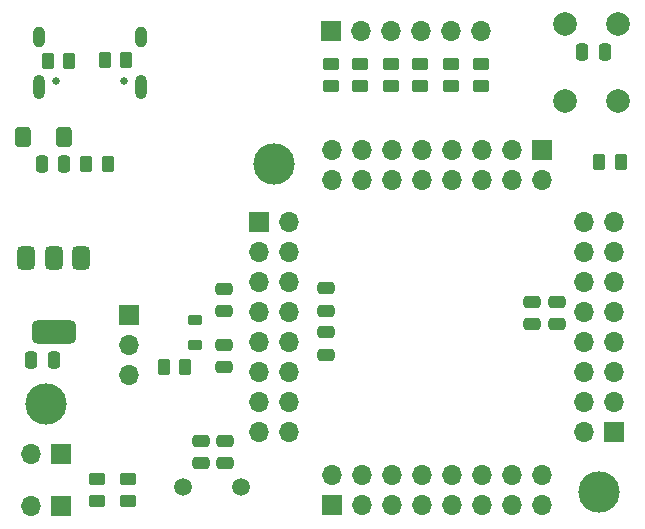
<source format=gbs>
%TF.GenerationSoftware,KiCad,Pcbnew,8.0.2*%
%TF.CreationDate,2024-05-28T15:20:42+08:00*%
%TF.ProjectId,Mini-K1-64,4d696e69-2d4b-4312-9d36-342e6b696361,rev?*%
%TF.SameCoordinates,Original*%
%TF.FileFunction,Soldermask,Bot*%
%TF.FilePolarity,Negative*%
%FSLAX46Y46*%
G04 Gerber Fmt 4.6, Leading zero omitted, Abs format (unit mm)*
G04 Created by KiCad (PCBNEW 8.0.2) date 2024-05-28 15:20:42*
%MOMM*%
%LPD*%
G01*
G04 APERTURE LIST*
G04 Aperture macros list*
%AMRoundRect*
0 Rectangle with rounded corners*
0 $1 Rounding radius*
0 $2 $3 $4 $5 $6 $7 $8 $9 X,Y pos of 4 corners*
0 Add a 4 corners polygon primitive as box body*
4,1,4,$2,$3,$4,$5,$6,$7,$8,$9,$2,$3,0*
0 Add four circle primitives for the rounded corners*
1,1,$1+$1,$2,$3*
1,1,$1+$1,$4,$5*
1,1,$1+$1,$6,$7*
1,1,$1+$1,$8,$9*
0 Add four rect primitives between the rounded corners*
20,1,$1+$1,$2,$3,$4,$5,0*
20,1,$1+$1,$4,$5,$6,$7,0*
20,1,$1+$1,$6,$7,$8,$9,0*
20,1,$1+$1,$8,$9,$2,$3,0*%
G04 Aperture macros list end*
%ADD10R,1.700000X1.700000*%
%ADD11O,1.700000X1.700000*%
%ADD12C,3.500000*%
%ADD13C,0.650000*%
%ADD14O,1.000000X2.100000*%
%ADD15O,1.000000X1.800000*%
%ADD16C,2.000000*%
%ADD17C,1.500000*%
%ADD18RoundRect,0.218750X-0.381250X0.218750X-0.381250X-0.218750X0.381250X-0.218750X0.381250X0.218750X0*%
%ADD19RoundRect,0.250000X-0.450000X0.262500X-0.450000X-0.262500X0.450000X-0.262500X0.450000X0.262500X0*%
%ADD20RoundRect,0.250000X0.475000X-0.250000X0.475000X0.250000X-0.475000X0.250000X-0.475000X-0.250000X0*%
%ADD21RoundRect,0.250000X0.262500X0.450000X-0.262500X0.450000X-0.262500X-0.450000X0.262500X-0.450000X0*%
%ADD22RoundRect,0.250000X0.250000X0.475000X-0.250000X0.475000X-0.250000X-0.475000X0.250000X-0.475000X0*%
%ADD23RoundRect,0.250000X-0.262500X-0.450000X0.262500X-0.450000X0.262500X0.450000X-0.262500X0.450000X0*%
%ADD24RoundRect,0.250000X0.400000X0.600000X-0.400000X0.600000X-0.400000X-0.600000X0.400000X-0.600000X0*%
%ADD25RoundRect,0.250000X0.450000X-0.262500X0.450000X0.262500X-0.450000X0.262500X-0.450000X-0.262500X0*%
%ADD26RoundRect,0.250000X-0.475000X0.250000X-0.475000X-0.250000X0.475000X-0.250000X0.475000X0.250000X0*%
%ADD27RoundRect,0.375000X-0.375000X0.625000X-0.375000X-0.625000X0.375000X-0.625000X0.375000X0.625000X0*%
%ADD28RoundRect,0.500000X-1.400000X0.500000X-1.400000X-0.500000X1.400000X-0.500000X1.400000X0.500000X0*%
G04 APERTURE END LIST*
D10*
%TO.C,J2*%
X143301200Y-81762800D03*
D11*
X145841200Y-81762800D03*
X148381200Y-81762800D03*
X150921200Y-81762800D03*
X153461200Y-81762800D03*
X156001200Y-81762800D03*
%TD*%
D10*
%TO.C,J3*%
X137245000Y-97935000D03*
D11*
X139785000Y-97935000D03*
X137245000Y-100475000D03*
X139785000Y-100475000D03*
X137245000Y-103015000D03*
X139785000Y-103015000D03*
X137245000Y-105555000D03*
X139785000Y-105555000D03*
X137245000Y-108095000D03*
X139785000Y-108095000D03*
X137245000Y-110635000D03*
X139785000Y-110635000D03*
X137245000Y-113175000D03*
X139785000Y-113175000D03*
X137245000Y-115715000D03*
X139785000Y-115715000D03*
%TD*%
D10*
%TO.C,JP2*%
X120510000Y-122000000D03*
D11*
X117970000Y-122000000D03*
%TD*%
D10*
%TO.C,J4*%
X161165000Y-91795000D03*
D11*
X161165000Y-94335000D03*
X158625000Y-91795000D03*
X158625000Y-94335000D03*
X156085000Y-91795000D03*
X156085000Y-94335000D03*
X153545000Y-91795000D03*
X153545000Y-94335000D03*
X151005000Y-91795000D03*
X151005000Y-94335000D03*
X148465000Y-91795000D03*
X148465000Y-94335000D03*
X145925000Y-91795000D03*
X145925000Y-94335000D03*
X143385000Y-91795000D03*
X143385000Y-94335000D03*
%TD*%
D12*
%TO.C,H1*%
X119210000Y-113300000D03*
%TD*%
D10*
%TO.C,JP1*%
X126270000Y-105795000D03*
D11*
X126270000Y-108335000D03*
X126270000Y-110875000D03*
%TD*%
D13*
%TO.C,J1*%
X125814100Y-85978000D03*
X120034100Y-85978000D03*
D14*
X127244100Y-86478000D03*
D15*
X127244100Y-82298000D03*
D14*
X118604100Y-86478000D03*
D15*
X118604100Y-82298000D03*
%TD*%
D10*
%TO.C,JP3*%
X120510000Y-117600000D03*
D11*
X117970000Y-117600000D03*
%TD*%
D10*
%TO.C,J5*%
X143385000Y-121855000D03*
D11*
X143385000Y-119315000D03*
X145925000Y-121855000D03*
X145925000Y-119315000D03*
X148465000Y-121855000D03*
X148465000Y-119315000D03*
X151005000Y-121855000D03*
X151005000Y-119315000D03*
X153545000Y-121855000D03*
X153545000Y-119315000D03*
X156085000Y-121855000D03*
X156085000Y-119315000D03*
X158625000Y-121855000D03*
X158625000Y-119315000D03*
X161165000Y-121855000D03*
X161165000Y-119315000D03*
%TD*%
D16*
%TO.C,SW1*%
X163150000Y-87685000D03*
X163150000Y-81185000D03*
X167650000Y-87685000D03*
X167650000Y-81185000D03*
%TD*%
D12*
%TO.C,H3*%
X165985000Y-120800000D03*
%TD*%
D17*
%TO.C,Y1*%
X135685000Y-120350000D03*
X130805000Y-120350000D03*
%TD*%
D12*
%TO.C,H2*%
X138535000Y-93025000D03*
%TD*%
D10*
%TO.C,J6*%
X167305000Y-115715000D03*
D11*
X164765000Y-115715000D03*
X167305000Y-113175000D03*
X164765000Y-113175000D03*
X167305000Y-110635000D03*
X164765000Y-110635000D03*
X167305000Y-108095000D03*
X164765000Y-108095000D03*
X167305000Y-105555000D03*
X164765000Y-105555000D03*
X167305000Y-103015000D03*
X164765000Y-103015000D03*
X167305000Y-100475000D03*
X164765000Y-100475000D03*
X167305000Y-97935000D03*
X164765000Y-97935000D03*
%TD*%
D18*
%TO.C,L1*%
X131785000Y-106212500D03*
X131785000Y-108337500D03*
%TD*%
D19*
%TO.C,R4*%
X145826200Y-84550300D03*
X145826200Y-86375300D03*
%TD*%
D20*
%TO.C,C3*%
X162460000Y-106575000D03*
X162460000Y-104675000D03*
%TD*%
D21*
%TO.C,R13*%
X124445100Y-93017200D03*
X122620100Y-93017200D03*
%TD*%
D22*
%TO.C,C7*%
X119860000Y-109585000D03*
X117960000Y-109585000D03*
%TD*%
D20*
%TO.C,C4*%
X160335000Y-106575000D03*
X160335000Y-104675000D03*
%TD*%
D19*
%TO.C,R5*%
X148376200Y-84550300D03*
X148376200Y-86375300D03*
%TD*%
D23*
%TO.C,R14*%
X129172500Y-110225000D03*
X130997500Y-110225000D03*
%TD*%
D19*
%TO.C,R6*%
X150876200Y-84550300D03*
X150876200Y-86375300D03*
%TD*%
D24*
%TO.C,D1*%
X120761400Y-90705800D03*
X117261400Y-90705800D03*
%TD*%
D19*
%TO.C,R7*%
X153476200Y-84550300D03*
X153476200Y-86375300D03*
%TD*%
%TO.C,R15*%
X126185000Y-119687500D03*
X126185000Y-121512500D03*
%TD*%
%TO.C,R8*%
X143326200Y-84550300D03*
X143326200Y-86375300D03*
%TD*%
D25*
%TO.C,R9*%
X156051200Y-86375300D03*
X156051200Y-84550300D03*
%TD*%
D21*
%TO.C,R10*%
X121176600Y-84298000D03*
X119351600Y-84298000D03*
%TD*%
D22*
%TO.C,C2*%
X166525000Y-83510000D03*
X164625000Y-83510000D03*
%TD*%
D26*
%TO.C,C8*%
X134285000Y-108325000D03*
X134285000Y-110225000D03*
%TD*%
D23*
%TO.C,R12*%
X166047500Y-92835000D03*
X167872500Y-92835000D03*
%TD*%
D20*
%TO.C,C9*%
X134260000Y-105500000D03*
X134260000Y-103600000D03*
%TD*%
D19*
%TO.C,R16*%
X123560000Y-119687500D03*
X123560000Y-121512500D03*
%TD*%
D27*
%TO.C,U3*%
X117544100Y-100967000D03*
X119844100Y-100967000D03*
D28*
X119844100Y-107267000D03*
D27*
X122144100Y-100967000D03*
%TD*%
D20*
%TO.C,C11*%
X134385000Y-118325000D03*
X134385000Y-116425000D03*
%TD*%
D26*
%TO.C,C5*%
X142935000Y-107250000D03*
X142935000Y-109150000D03*
%TD*%
D20*
%TO.C,C12*%
X132310000Y-118325000D03*
X132310000Y-116425000D03*
%TD*%
%TO.C,C6*%
X142910000Y-105425000D03*
X142910000Y-103525000D03*
%TD*%
D23*
%TO.C,R11*%
X124166600Y-84223000D03*
X125991600Y-84223000D03*
%TD*%
D22*
%TO.C,C10*%
X120748800Y-93017200D03*
X118848800Y-93017200D03*
%TD*%
M02*

</source>
